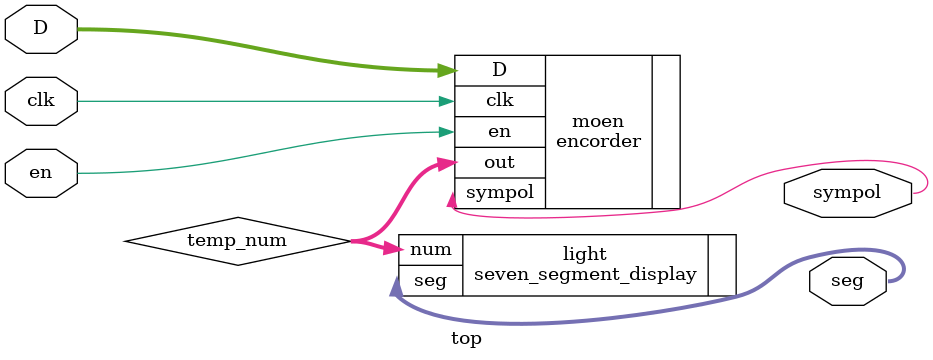
<source format=v>
module top(
    input clk,
    input en,
    input [7:0] D,
    output reg [6:0] seg,
    output sympol
);

reg [2:0] temp_num;
encorder moen(.clk(clk),.en(en),.D(D),.out(temp_num),.sympol(sympol));
  
seven_segment_display  light(.num(temp_num),.seg(seg));

endmodule


</source>
